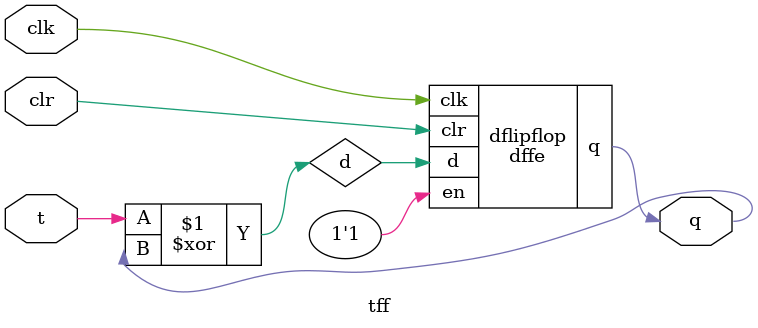
<source format=v>
module dffe(q, d, clk, en, clr);
   //Inputs
   input d, clk, en, clr;
   //Internal wire
   wire clr;
   //Output
   output q;
   //Register
   reg q;
   //Intialize q to 0
   initial
   begin
       q = 1'b0;
   end

   //Set value of q on positive edge of the clock or clear
   always @(posedge clk or posedge clr) begin
       //If clear is high, set q to 0
       if (clr) begin
           q <= 1'b0;
       //If enable is high, set q to the value of d
       end else if (en) begin
           q <= d;
       end
   end
endmodule

module tff(t, clk, clr, q);
    input t, clk, clr;
    output q;

    wire d;
    xor(d, t, q);

    dffe dflipflop(q, d, clk, 1'b1, clr);
 
endmodule
</source>
